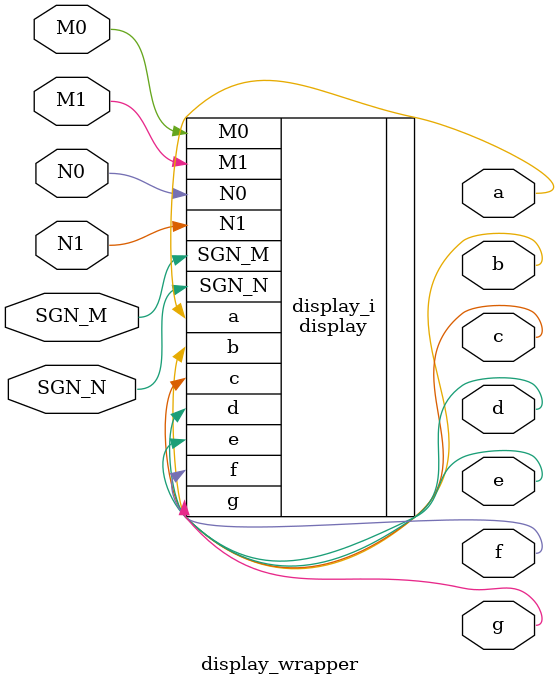
<source format=v>
`timescale 1 ps / 1 ps

module display_wrapper
   (M0,
    M1,
    N0,
    N1,
    SGN_M,
    SGN_N,
    a,
    b,
    c,
    d,
    e,
    f,
    g);
  input M0;
  input M1;
  input N0;
  input N1;
  input SGN_M;
  input SGN_N;
  output a;
  output b;
  output c;
  output d;
  output e;
  output f;
  output g;

  wire M0;
  wire M1;
  wire N0;
  wire N1;
  wire SGN_M;
  wire SGN_N;
  wire a;
  wire b;
  wire c;
  wire d;
  wire e;
  wire f;
  wire g;

  display display_i
       (.M0(M0),
        .M1(M1),
        .N0(N0),
        .N1(N1),
        .SGN_M(SGN_M),
        .SGN_N(SGN_N),
        .a(a),
        .b(b),
        .c(c),
        .d(d),
        .e(e),
        .f(f),
        .g(g));
endmodule

</source>
